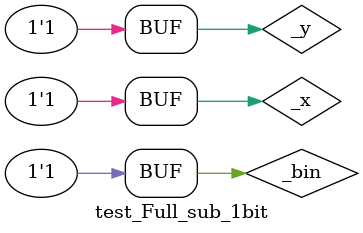
<source format=v>
module Full_sub_1bit (x,y,bin,diff,bout);

input x,y,bin;
output diff,bout;

wire xor_xy,not_x,w1,w2;

xor (xor_xy,x,y);
xor (diff,bin,xor_xy);

not (not_x,x);
and (w1,not_x,y);

not(not_xor_xy,xor_xy);
and (w2,not_xor_xy,bin);

or (bout,w2,w1);
endmodule


module test_Full_sub_1bit;

reg _x,_y,_bin;
wire _diff,_bout;

Full_sub_1bit full(.x(_x),.y(_y),.bin(_bin),.diff(_diff),.bout(_bout));

initial begin

_x=1'b0; _y=1'b0; _bin=1'b0;

#10

_x=1'b0; _y=1'b0; _bin=1'b1;

#10

_x=1'b0; _y=1'b1; _bin=1'b0;

#10

_x=1'b0; _y=1'b1; _bin=1'b1;

#10

_x=1'b1; _y=1'b0; _bin=1'b0;

#10

_x=1'b1; _y=1'b0; _bin=1'b1;

#10

_x=1'b1; _y=1'b1; _bin=1'b0;

#10

_x=1'b1; _y=1'b1; _bin=1'b1;

end

endmodule
</source>
